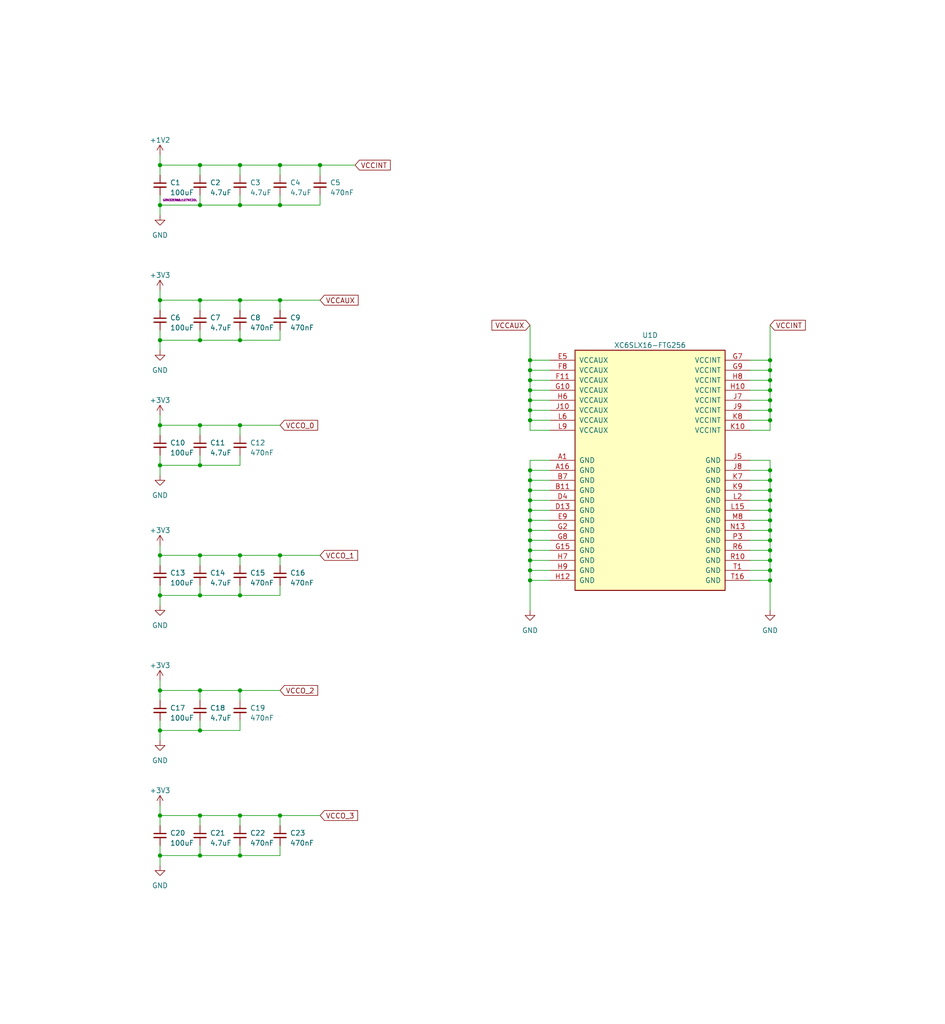
<source format=kicad_sch>
(kicad_sch (version 20210126) (generator eeschema)
  (paper "User" 240.005 259.994)
  (lib_symbols
    (symbol "Device:C_Small" (pin_numbers hide) (pin_names (offset 0.254) hide)
      (property "Reference" "C" (at 0.254 1.778 0))
      (property "Value" "C_Small" (at 0.254 -2.032 0))
      (symbol "C_Small_0_1"
        (polyline (pts (xy -1.524 -0.508) (xy 1.524 -0.508)) (stroke (width 0.3302)))
        (polyline (pts (xy -1.524 0.508) (xy 1.524 0.508)) (stroke (width 0.3048)))
      )
      (symbol "C_Small_1_1"
        (pin passive line (at 0 2.54 270) (length 2.032) (name "~") (number "1"))
        (pin passive line (at 0 -2.54 90) (length 2.032) (name "~") (number "2"))
      )
    )
    (symbol "FPGA_Xilinx_Spartan6:XC6SLX16-FTG256" (pin_names (offset 1.016))
      (property "Reference" "U" (at 0 1.27 0))
      (property "Value" "XC6SLX16-FTG256" (at 0 -1.27 0))
      (symbol "XC6SLX16-FTG256_1_1"
        (rectangle (start -44.45 72.39) (end 44.45 -78.74) (stroke (width 0.254)) (fill (type background)))
        (pin bidirectional line (at -50.8 10.16 0) (length 6.35) (name "IO_L35N_GCLK16_0") (number "A10"))
        (pin bidirectional line (at -50.8 -10.16 0) (length 6.35) (name "IO_L39N_0") (number "A11"))
        (pin bidirectional line (at -50.8 -20.32 0) (length 6.35) (name "IO_L62N_VREF_0") (number "A12"))
        (pin bidirectional line (at -50.8 -25.4 0) (length 6.35) (name "IO_L63N_SCP6_0") (number "A13"))
        (pin bidirectional line (at -50.8 -35.56 0) (length 6.35) (name "IO_L65N_SCP2_0") (number "A14"))
        (pin bidirectional line (at -50.8 55.88 0) (length 6.35) (name "IO_L1N_VREF_0") (number "A4"))
        (pin bidirectional line (at -50.8 50.8 0) (length 6.35) (name "IO_L2N_0") (number "A5"))
        (pin bidirectional line (at -50.8 40.64 0) (length 6.35) (name "IO_L4N_0") (number "A6"))
        (pin bidirectional line (at -50.8 30.48 0) (length 6.35) (name "IO_L6N_0") (number "A7"))
        (pin bidirectional line (at -50.8 20.32 0) (length 6.35) (name "IO_L33N_0") (number "A8"))
        (pin bidirectional line (at -50.8 15.24 0) (length 6.35) (name "IO_L34N_GCLK18_0") (number "A9"))
        (pin bidirectional line (at -50.8 12.7 0) (length 6.35) (name "IO_L35P_GCLK17_0") (number "B10"))
        (pin bidirectional line (at -50.8 -17.78 0) (length 6.35) (name "IO_L62P_0") (number "B12"))
        (pin power_in line (at -35.56 78.74 270) (length 6.35) (name "VCCO_0") (number "B13"))
        (pin bidirectional line (at -50.8 -33.02 0) (length 6.35) (name "IO_L65P_SCP3_0") (number "B14"))
        (pin bidirectional line (at 50.8 53.34 180) (length 6.35) (name "IO_L29P_A23_M1A13_1") (number "B15"))
        (pin bidirectional line (at 50.8 50.8 180) (length 6.35) (name "IO_L29N_A22_M1A14_1") (number "B16"))
        (pin power_in line (at -40.64 78.74 270) (length 6.35) (name "VCCO_0") (number "B4"))
        (pin bidirectional line (at -50.8 53.34 0) (length 6.35) (name "IO_L2P_0") (number "B5"))
        (pin bidirectional line (at -50.8 43.18 0) (length 6.35) (name "IO_L4P_0") (number "B6"))
        (pin bidirectional line (at -50.8 22.86 0) (length 6.35) (name "IO_L33P_0") (number "B8"))
        (pin power_in line (at -38.1 78.74 270) (length 6.35) (name "VCCO_0") (number "B9"))
        (pin bidirectional line (at -50.8 0 0) (length 6.35) (name "IO_L37N_GCLK12_0") (number "C10"))
        (pin bidirectional line (at -50.8 -7.62 0) (length 6.35) (name "IO_L39P_0") (number "C11"))
        (pin bidirectional line (at -50.8 -22.86 0) (length 6.35) (name "IO_L63P_SCP7_0") (number "C13"))
        (pin bidirectional line (at 50.8 33.02 180) (length 6.35) (name "IO_L33P_A15_M1A10_1") (number "C15"))
        (pin bidirectional line (at 50.8 30.48 180) (length 6.35) (name "IO_L33N_A14_M1A4_1") (number "C16"))
        (pin bidirectional line (at -50.8 58.42 0) (length 6.35) (name "IO_L1P_HSWAPEN_0") (number "C4"))
        (pin bidirectional line (at -50.8 45.72 0) (length 6.35) (name "IO_L3N_0") (number "C5"))
        (pin bidirectional line (at -50.8 25.4 0) (length 6.35) (name "IO_L7N_0") (number "C6"))
        (pin bidirectional line (at -50.8 33.02 0) (length 6.35) (name "IO_L6P_0") (number "C7"))
        (pin bidirectional line (at -50.8 -5.08 0) (length 6.35) (name "IO_L38N_VREF_0") (number "C8"))
        (pin bidirectional line (at -50.8 17.78 0) (length 6.35) (name "IO_L34P_GCLK19_0") (number "C9"))
        (pin power_in line (at -30.48 78.74 270) (length 6.35) (name "VCCO_0") (number "D10"))
        (pin bidirectional line (at -50.8 -38.1 0) (length 6.35) (name "IO_L66P_SCP1_0") (number "D11"))
        (pin bidirectional line (at -50.8 -40.64 0) (length 6.35) (name "IO_L66N_SCP0_0") (number "D12"))
        (pin bidirectional line (at 50.8 43.18 180) (length 6.35) (name "IO_L31P_A19_M1CKE_1") (number "D14"))
        (pin power_in line (at 27.94 78.74 270) (length 6.35) (name "VCCO_1") (number "D15"))
        (pin bidirectional line (at 50.8 40.64 180) (length 6.35) (name "IO_L31N_A18_M1A12_1") (number "D16"))
        (pin bidirectional line (at -50.8 48.26 0) (length 6.35) (name "IO_L3P_0") (number "D5"))
        (pin bidirectional line (at -50.8 27.94 0) (length 6.35) (name "IO_L7P_0") (number "D6"))
        (pin power_in line (at -33.02 78.74 270) (length 6.35) (name "VCCO_0") (number "D7"))
        (pin bidirectional line (at -50.8 -2.54 0) (length 6.35) (name "IO_L38P_0") (number "D8"))
        (pin bidirectional line (at -50.8 -15.24 0) (length 6.35) (name "IO_L40N_0") (number "D9"))
        (pin bidirectional line (at -50.8 2.54 0) (length 6.35) (name "IO_L37P_GCLK13_0") (number "E10"))
        (pin bidirectional line (at -50.8 -30.48 0) (length 6.35) (name "IO_L64N_SCP4_0") (number "E11"))
        (pin bidirectional line (at 50.8 55.88 180) (length 6.35) (name "IO_L1N_A24_VREF_1") (number "E12"))
        (pin bidirectional line (at 50.8 58.42 180) (length 6.35) (name "IO_L1P_A25_1") (number "E13"))
        (pin bidirectional line (at 50.8 27.94 180) (length 6.35) (name "IO_L34P_A13_M1WE_1") (number "E15"))
        (pin bidirectional line (at 50.8 25.4 180) (length 6.35) (name "IO_L34N_A12_M1BA2_1") (number "E16"))
        (pin bidirectional line (at -50.8 35.56 0) (length 6.35) (name "IO_L5N_0") (number "E6"))
        (pin bidirectional line (at -50.8 7.62 0) (length 6.35) (name "IO_L36P_GCLK15_0") (number "E7"))
        (pin bidirectional line (at -50.8 5.08 0) (length 6.35) (name "IO_L36N_GCLK14_0") (number "E8"))
        (pin bidirectional line (at -50.8 -27.94 0) (length 6.35) (name "IO_L64P_SCP5_0") (number "F10"))
        (pin bidirectional line (at 50.8 48.26 180) (length 6.35) (name "IO_L30P_A21_M1RESET_1") (number "F12"))
        (pin bidirectional line (at 50.8 38.1 180) (length 6.35) (name "IO_L32P_A17_M1A8_1") (number "F13"))
        (pin bidirectional line (at 50.8 35.56 180) (length 6.35) (name "IO_L32N_A16_M1A9_1") (number "F14"))
        (pin bidirectional line (at 50.8 22.86 180) (length 6.35) (name "IO_L35P_A11_M1A7_1") (number "F15"))
        (pin bidirectional line (at 50.8 20.32 180) (length 6.35) (name "IO_L35N_A10_M1A2_1") (number "F16"))
        (pin bidirectional line (at -50.8 38.1 0) (length 6.35) (name "IO_L5P_0") (number "F7"))
        (pin bidirectional line (at -50.8 -12.7 0) (length 6.35) (name "IO_L40P_0") (number "F9"))
        (pin bidirectional line (at 50.8 45.72 180) (length 6.35) (name "IO_L30N_A20_M1A11_1") (number "G11"))
        (pin bidirectional line (at 50.8 7.62 180) (length 6.35) (name "IO_L38P_A5_M1CLK_1") (number "G12"))
        (pin power_in line (at 30.48 78.74 270) (length 6.35) (name "VCCO_1") (number "G13"))
        (pin bidirectional line (at 50.8 17.78 180) (length 6.35) (name "IO_L36P_A9_M1BA0_1") (number "G14"))
        (pin bidirectional line (at 50.8 15.24 180) (length 6.35) (name "IO_L36N_A8_M1BA1_1") (number "G16"))
        (pin bidirectional line (at 50.8 5.08 180) (length 6.35) (name "IO_L38N_A4_M1CLKN_1") (number "H11"))
        (pin bidirectional line (at 50.8 2.54 180) (length 6.35) (name "IO_L39P_M1A3_1") (number "H13"))
        (pin bidirectional line (at 50.8 0 180) (length 6.35) (name "IO_L39N_M1ODT_1") (number "H14"))
        (pin bidirectional line (at 50.8 12.7 180) (length 6.35) (name "IO_L37P_A7_M1A0_1") (number "H15"))
        (pin bidirectional line (at 50.8 10.16 180) (length 6.35) (name "IO_L37N_A6_M1A1_1") (number "H16"))
        (pin bidirectional line (at 50.8 -2.54 180) (length 6.35) (name "IO_L40P_GCLK11_M1A5_1") (number "J11"))
        (pin bidirectional line (at 50.8 -5.08 180) (length 6.35) (name "IO_L40N_GCLK10_M1A6_1") (number "J12"))
        (pin bidirectional line (at 50.8 -7.62 180) (length 6.35) (name "IO_L41P_GCLK9_IRDY1_M1RASN_1") (number "J13"))
        (pin bidirectional line (at 50.8 -17.78 180) (length 6.35) (name "IO_L43P_GCLK5_M1DQ4_1") (number "J14"))
        (pin power_in line (at 33.02 78.74 270) (length 6.35) (name "VCCO_1") (number "J15"))
        (pin bidirectional line (at 50.8 -20.32 180) (length 6.35) (name "IO_L43N_GCLK4_M1DQ5_1") (number "J16"))
        (pin bidirectional line (at 50.8 -15.24 180) (length 6.35) (name "IO_L42N_GCLK6_TRDY1_M1LDM_1") (number "K11"))
        (pin bidirectional line (at 50.8 -12.7 180) (length 6.35) (name "IO_L42P_GCLK7_M1UDM_1") (number "K12"))
        (pin power_in line (at 35.56 78.74 270) (length 6.35) (name "VCCO_1") (number "K13"))
        (pin bidirectional line (at 50.8 -10.16 180) (length 6.35) (name "IO_L41N_GCLK8_M1CASN_1") (number "K14"))
        (pin bidirectional line (at 50.8 -22.86 180) (length 6.35) (name "IO_L44P_A3_M1DQ6_1") (number "K15"))
        (pin bidirectional line (at 50.8 -25.4 180) (length 6.35) (name "IO_L44N_A2_M1DQ7_1") (number "K16"))
        (pin bidirectional line (at 50.8 -68.58 180) (length 6.35) (name "IO_L53P_1") (number "L12"))
        (pin bidirectional line (at 50.8 -71.12 180) (length 6.35) (name "IO_L53N_VREF_1") (number "L13"))
        (pin bidirectional line (at 50.8 -38.1 180) (length 6.35) (name "IO_L47P_FWE_B_M1DQ0_1") (number "L14"))
        (pin bidirectional line (at 50.8 -40.64 180) (length 6.35) (name "IO_L47N_LDC_M1DQ1_1") (number "L16"))
        (pin bidirectional line (at 50.8 -73.66 180) (length 6.35) (name "IO_L74P_AWAKE_1") (number "M13"))
        (pin bidirectional line (at 50.8 -76.2 180) (length 6.35) (name "IO_L74N_DOUT_BUSY_1") (number "M14"))
        (pin bidirectional line (at 50.8 -33.02 180) (length 6.35) (name "IO_L46P_FCS_B_M1DQ2_1") (number "M15"))
        (pin bidirectional line (at 50.8 -35.56 180) (length 6.35) (name "IO_L46N_FOE_B_M1DQ3_1") (number "M16"))
        (pin bidirectional line (at 50.8 -27.94 180) (length 6.35) (name "IO_L45P_A1_M1LDQS_1") (number "N14"))
        (pin power_in line (at 38.1 78.74 270) (length 6.35) (name "VCCO_1") (number "N15"))
        (pin bidirectional line (at 50.8 -30.48 180) (length 6.35) (name "IO_L45N_A0_M1LDQSN_1") (number "N16"))
        (pin bidirectional line (at 50.8 -43.18 180) (length 6.35) (name "IO_L48P_HDC_M1DQ8_1") (number "P15"))
        (pin bidirectional line (at 50.8 -45.72 180) (length 6.35) (name "IO_L48N_M1DQ9_1") (number "P16"))
        (pin bidirectional line (at 50.8 -63.5 180) (length 6.35) (name "IO_L52P_M1DQ14_1") (number "R12"))
        (pin power_in line (at 40.64 78.74 270) (length 6.35) (name "VCCO_1") (number "R13"))
        (pin bidirectional line (at 50.8 -53.34 180) (length 6.35) (name "IO_L50P_M1UDQS_1") (number "R14"))
        (pin bidirectional line (at 50.8 -48.26 180) (length 6.35) (name "IO_L49P_M1DQ10_1") (number "R15"))
        (pin bidirectional line (at 50.8 -50.8 180) (length 6.35) (name "IO_L49N_M1DQ11_1") (number "R16"))
        (pin bidirectional line (at 50.8 -66.04 180) (length 6.35) (name "IO_L52N_M1DQ15_1") (number "T12"))
        (pin bidirectional line (at 50.8 -60.96 180) (length 6.35) (name "IO_L51N_M1DQ13_1") (number "T13"))
        (pin bidirectional line (at 50.8 -58.42 180) (length 6.35) (name "IO_L51P_M1DQ12_1") (number "T14"))
        (pin bidirectional line (at 50.8 -55.88 180) (length 6.35) (name "IO_L50N_M1UDQSN_1") (number "T15"))
      )
      (symbol "XC6SLX16-FTG256_2_1"
        (rectangle (start -44.45 72.39) (end 44.45 -78.74) (stroke (width 0.254)) (fill (type background)))
        (pin bidirectional line (at 50.8 -55.88 180) (length 6.35) (name "IO_L52N_M3A9_3") (number "A2"))
        (pin bidirectional line (at 50.8 -76.2 180) (length 6.35) (name "IO_L83N_VREF_3") (number "A3"))
        (pin bidirectional line (at 50.8 -45.72 180) (length 6.35) (name "IO_L50N_M3BA2_3") (number "B1"))
        (pin bidirectional line (at 50.8 -53.34 180) (length 6.35) (name "IO_L52P_M3A8_3") (number "B2"))
        (pin bidirectional line (at 50.8 -73.66 180) (length 6.35) (name "IO_L83P_3") (number "B3"))
        (pin bidirectional line (at 50.8 -43.18 180) (length 6.35) (name "IO_L50P_M3WE_3") (number "C1"))
        (pin bidirectional line (at 50.8 -35.56 180) (length 6.35) (name "IO_L48N_M3BA1_3") (number "C2"))
        (pin bidirectional line (at 50.8 -33.02 180) (length 6.35) (name "IO_L48P_M3BA0_3") (number "C3"))
        (pin bidirectional line (at 50.8 -40.64 180) (length 6.35) (name "IO_L49N_M3A2_3") (number "D1"))
        (pin power_in line (at 30.48 78.74 270) (length 6.35) (name "VCCO_3") (number "D2"))
        (pin bidirectional line (at 50.8 -38.1 180) (length 6.35) (name "IO_L49P_M3A7_3") (number "D3"))
        (pin bidirectional line (at 50.8 -25.4 180) (length 6.35) (name "IO_L46N_M3CLKN_3") (number "E1"))
        (pin bidirectional line (at 50.8 -22.86 180) (length 6.35) (name "IO_L46P_M3CLK_3") (number "E2"))
        (pin bidirectional line (at 50.8 -66.04 180) (length 6.35) (name "IO_L54N_M3A11_3") (number "E3"))
        (pin bidirectional line (at 50.8 -63.5 180) (length 6.35) (name "IO_L54P_M3RESET_3") (number "E4"))
        (pin bidirectional line (at 50.8 0 180) (length 6.35) (name "IO_L41N_GCLK26_M3DQ5_3") (number "F1"))
        (pin bidirectional line (at 50.8 2.54 180) (length 6.35) (name "IO_L41P_GCLK27_M3DQ4_3") (number "F2"))
        (pin bidirectional line (at 50.8 -60.96 180) (length 6.35) (name "IO_L53N_M3A12_3") (number "F3"))
        (pin bidirectional line (at 50.8 -58.42 180) (length 6.35) (name "IO_L53P_M3CKE_3") (number "F4"))
        (pin bidirectional line (at 50.8 -71.12 180) (length 6.35) (name "IO_L55N_M3A14_3") (number "F5"))
        (pin bidirectional line (at 50.8 -68.58 180) (length 6.35) (name "IO_L55P_M3A13_3") (number "F6"))
        (pin bidirectional line (at 50.8 5.08 180) (length 6.35) (name "IO_L40N_M3DQ7_3") (number "G1"))
        (pin bidirectional line (at 50.8 7.62 180) (length 6.35) (name "IO_L40P_M3DQ6_3") (number "G3"))
        (pin power_in line (at 33.02 78.74 270) (length 6.35) (name "VCCO_3") (number "G4"))
        (pin bidirectional line (at 50.8 -50.8 180) (length 6.35) (name "IO_L51N_M3A4_3") (number "G5"))
        (pin bidirectional line (at 50.8 -48.26 180) (length 6.35) (name "IO_L51P_M3A10_3") (number "G6"))
        (pin bidirectional line (at 50.8 10.16 180) (length 6.35) (name "IO_L39N_M3LDQSN_3") (number "H1"))
        (pin bidirectional line (at 50.8 12.7 180) (length 6.35) (name "IO_L39P_M3LDQS_3") (number "H2"))
        (pin bidirectional line (at 50.8 -15.24 180) (length 6.35) (name "IO_L44N_GCLK20_M3A6_3") (number "H3"))
        (pin bidirectional line (at 50.8 -12.7 180) (length 6.35) (name "IO_L44P_GCLK21_M3A5_3") (number "H4"))
        (pin bidirectional line (at 50.8 -10.16 180) (length 6.35) (name "IO_L43N_GCLK22_IRDY2_M3CASN_3") (number "H5"))
        (pin bidirectional line (at 50.8 15.24 180) (length 6.35) (name "IO_L38N_M3DQ3_3") (number "J1"))
        (pin power_in line (at 35.56 78.74 270) (length 6.35) (name "VCCO_3") (number "J2"))
        (pin bidirectional line (at 50.8 17.78 180) (length 6.35) (name "IO_L38P_M3DQ2_3") (number "J3"))
        (pin bidirectional line (at 50.8 -5.08 180) (length 6.35) (name "IO_L42N_GCLK24_M3LDM_3") (number "J4"))
        (pin bidirectional line (at 50.8 -7.62 180) (length 6.35) (name "IO_L43P_GCLK23_M3RASN_3") (number "J6"))
        (pin bidirectional line (at 50.8 20.32 180) (length 6.35) (name "IO_L37N_M3DQ1_3") (number "K1"))
        (pin bidirectional line (at 50.8 22.86 180) (length 6.35) (name "IO_L37P_M3DQ0_3") (number "K2"))
        (pin bidirectional line (at 50.8 -2.54 180) (length 6.35) (name "IO_L42P_GCLK25_TRDY2_M3UDM_3") (number "K3"))
        (pin power_in line (at 38.1 78.74 270) (length 6.35) (name "VCCO_3") (number "K4"))
        (pin bidirectional line (at 50.8 -27.94 180) (length 6.35) (name "IO_L47P_M3A0_3") (number "K5"))
        (pin bidirectional line (at 50.8 -30.48 180) (length 6.35) (name "IO_L47N_M3A1_3") (number "K6"))
        (pin bidirectional line (at 50.8 25.4 180) (length 6.35) (name "IO_L36N_M3DQ9_3") (number "L1"))
        (pin bidirectional line (at -50.8 27.94 0) (length 6.35) (name "IO_L16P_2") (number "L10"))
        (pin bidirectional line (at 50.8 27.94 180) (length 6.35) (name "IO_L36P_M3DQ8_3") (number "L3"))
        (pin bidirectional line (at 50.8 -17.78 180) (length 6.35) (name "IO_L45P_M3A3_3") (number "L4"))
        (pin bidirectional line (at 50.8 -20.32 180) (length 6.35) (name "IO_L45N_M3ODT_3") (number "L5"))
        (pin bidirectional line (at -50.8 -20.32 0) (length 6.35) (name "IO_L62N_D6_2") (number "L7"))
        (pin bidirectional line (at -50.8 -17.78 0) (length 6.35) (name "IO_L62P_D5_2") (number "L8"))
        (pin bidirectional line (at 50.8 30.48 180) (length 6.35) (name "IO_L35N_M3DQ11_3") (number "M1"))
        (pin bidirectional line (at -50.8 25.4 0) (length 6.35) (name "IO_L16N_VREF_2") (number "M10"))
        (pin bidirectional line (at -50.8 50.8 0) (length 6.35) (name "IO_L2N_CMPMOSI_2") (number "M11"))
        (pin bidirectional line (at -50.8 53.34 0) (length 6.35) (name "IO_L2P_CMPCLK_2") (number "M12"))
        (pin bidirectional line (at 50.8 33.02 180) (length 6.35) (name "IO_L35P_M3DQ10_3") (number "M2"))
        (pin bidirectional line (at 50.8 55.88 180) (length 6.35) (name "IO_L1N_VREF_3") (number "M3"))
        (pin bidirectional line (at 50.8 58.42 180) (length 6.35) (name "IO_L1P_3") (number "M4"))
        (pin bidirectional line (at 50.8 53.34 180) (length 6.35) (name "IO_L2P_3") (number "M5"))
        (pin bidirectional line (at -50.8 -27.94 0) (length 6.35) (name "IO_L64P_D8_2") (number "M6"))
        (pin bidirectional line (at -50.8 5.08 0) (length 6.35) (name "IO_L31N_GCLK30_D15_2") (number "M7"))
        (pin bidirectional line (at -50.8 17.78 0) (length 6.35) (name "IO_L29P_GCLK3_2") (number "M9"))
        (pin bidirectional line (at 50.8 35.56 180) (length 6.35) (name "IO_L34N_M3UDQSN_3") (number "N1"))
        (pin power_in line (at -38.1 78.74 270) (length 6.35) (name "VCCO_2") (number "N10"))
        (pin bidirectional line (at -50.8 38.1 0) (length 6.35) (name "IO_L13P_M1_2") (number "N11"))
        (pin bidirectional line (at -50.8 43.18 0) (length 6.35) (name "IO_L12P_D1_MISO2_2") (number "N12"))
        (pin power_in line (at 40.64 78.74 270) (length 6.35) (name "VCCO_3") (number "N2"))
        (pin bidirectional line (at 50.8 38.1 180) (length 6.35) (name "IO_L34P_M3UDQS_3") (number "N3"))
        (pin bidirectional line (at 50.8 50.8 180) (length 6.35) (name "IO_L2N_3") (number "N4"))
        (pin bidirectional line (at -50.8 -12.7 0) (length 6.35) (name "IO_L49P_D3_2") (number "N5"))
        (pin bidirectional line (at -50.8 -30.48 0) (length 6.35) (name "IO_L64N_D9_2") (number "N6"))
        (pin power_in line (at -40.64 78.74 270) (length 6.35) (name "VCCO_2") (number "N7"))
        (pin bidirectional line (at -50.8 15.24 0) (length 6.35) (name "IO_L29N_GCLK2_2") (number "N8"))
        (pin bidirectional line (at -50.8 33.02 0) (length 6.35) (name "IO_L14P_D11_2") (number "N9"))
        (pin bidirectional line (at 50.8 40.64 180) (length 6.35) (name "IO_L33N_M3DQ13_3") (number "P1"))
        (pin bidirectional line (at -50.8 48.26 0) (length 6.35) (name "IO_L3P_D0_DIN_MISO_MISO1_2") (number "P10"))
        (pin bidirectional line (at -50.8 35.56 0) (length 6.35) (name "IO_L13N_D10_2") (number "P11"))
        (pin bidirectional line (at -50.8 40.64 0) (length 6.35) (name "IO_L12N_D2_MISO3_2") (number "P12"))
        (pin bidirectional line (at 50.8 43.18 180) (length 6.35) (name "IO_L33P_M3DQ12_3") (number "P2"))
        (pin bidirectional line (at -50.8 -22.86 0) (length 6.35) (name "IO_L63P_2") (number "P4"))
        (pin bidirectional line (at -50.8 -15.24 0) (length 6.35) (name "IO_L49N_D4_2") (number "P5"))
        (pin bidirectional line (at -50.8 -2.54 0) (length 6.35) (name "IO_L47P_2") (number "P6"))
        (pin bidirectional line (at -50.8 7.62 0) (length 6.35) (name "IO_L31P_GCLK31_D14_2") (number "P7"))
        (pin bidirectional line (at -50.8 12.7 0) (length 6.35) (name "IO_L30P_GCLK1_D13_2") (number "P8"))
        (pin bidirectional line (at -50.8 30.48 0) (length 6.35) (name "IO_L14N_D12_2") (number "P9"))
        (pin bidirectional line (at 50.8 45.72 180) (length 6.35) (name "IO_L32N_M3DQ15_3") (number "R1"))
        (pin bidirectional line (at -50.8 58.42 0) (length 6.35) (name "IO_L1P_CCLK_2") (number "R11"))
        (pin bidirectional line (at 50.8 48.26 180) (length 6.35) (name "IO_L32P_M3DQ14_3") (number "R2"))
        (pin bidirectional line (at -50.8 -33.02 0) (length 6.35) (name "IO_L65P_INIT_B_2") (number "R3"))
        (pin power_in line (at -35.56 78.74 270) (length 6.35) (name "VCCO_2") (number "R4"))
        (pin bidirectional line (at -50.8 -7.62 0) (length 6.35) (name "IO_L48P_D7_2") (number "R5"))
        (pin bidirectional line (at -50.8 2.54 0) (length 6.35) (name "IO_L32P_GCLK29_2") (number "R7"))
        (pin power_in line (at -33.02 78.74 270) (length 6.35) (name "VCCO_2") (number "R8"))
        (pin bidirectional line (at -50.8 22.86 0) (length 6.35) (name "IO_L23P_2") (number "R9"))
        (pin bidirectional line (at -50.8 45.72 0) (length 6.35) (name "IO_L3N_MOSI_CSI_B_MISO0_2") (number "T10"))
        (pin bidirectional line (at -50.8 55.88 0) (length 6.35) (name "IO_L1N_M0_CMPMISO_2") (number "T11"))
        (pin bidirectional line (at -50.8 -35.56 0) (length 6.35) (name "IO_L65N_CSO_B_2") (number "T3"))
        (pin bidirectional line (at -50.8 -25.4 0) (length 6.35) (name "IO_L63N_2") (number "T4"))
        (pin bidirectional line (at -50.8 -10.16 0) (length 6.35) (name "IO_L48N_RDWR_B_VREF_2") (number "T5"))
        (pin bidirectional line (at -50.8 -5.08 0) (length 6.35) (name "IO_L47N_2") (number "T6"))
        (pin bidirectional line (at -50.8 0 0) (length 6.35) (name "IO_L32N_GCLK28_2") (number "T7"))
        (pin bidirectional line (at -50.8 10.16 0) (length 6.35) (name "IO_L30N_GCLK0_USERCCLK_2") (number "T8"))
        (pin bidirectional line (at -50.8 20.32 0) (length 6.35) (name "IO_L23N_2") (number "T9"))
      )
      (symbol "XC6SLX16-FTG256_3_1"
        (rectangle (start -31.75 15.24) (end 31.75 -15.24) (stroke (width 0.254)) (fill (type background)))
        (pin bidirectional line (at 38.1 7.62 180) (length 6.35) (name "TMS") (number "A15"))
        (pin bidirectional line (at 38.1 12.7 180) (length 6.35) (name "TDI") (number "C12"))
        (pin bidirectional line (at 38.1 5.08 180) (length 6.35) (name "TCK") (number "C14"))
        (pin bidirectional line (at 38.1 10.16 180) (length 6.35) (name "TDO") (number "E14"))
        (pin bidirectional line (at 38.1 -12.7 180) (length 6.35) (name "CMPCS_B_2") (number "L11"))
        (pin bidirectional line (at 38.1 0 180) (length 6.35) (name "DONE_2") (number "P13"))
        (pin bidirectional line (at 38.1 -7.62 180) (length 6.35) (name "SUSPEND") (number "P14"))
        (pin bidirectional line (at 38.1 -2.54 180) (length 6.35) (name "PROGRAM_B_2") (number "T2"))
      )
      (symbol "XC6SLX16-FTG256_4_1"
        (rectangle (start -19.05 30.48) (end 19.05 -30.48) (stroke (width 0.254)) (fill (type background)))
        (pin power_in line (at -25.4 2.54 0) (length 6.35) (name "GND") (number "A1"))
        (pin power_in line (at -25.4 0 0) (length 6.35) (name "GND") (number "A16"))
        (pin power_in line (at -25.4 -5.08 0) (length 6.35) (name "GND") (number "B11"))
        (pin power_in line (at -25.4 -2.54 0) (length 6.35) (name "GND") (number "B7"))
        (pin power_in line (at -25.4 -10.16 0) (length 6.35) (name "GND") (number "D13"))
        (pin power_in line (at -25.4 -7.62 0) (length 6.35) (name "GND") (number "D4"))
        (pin power_in line (at -25.4 27.94 0) (length 6.35) (name "VCCAUX") (number "E5"))
        (pin power_in line (at -25.4 -12.7 0) (length 6.35) (name "GND") (number "E9"))
        (pin power_in line (at -25.4 22.86 0) (length 6.35) (name "VCCAUX") (number "F11"))
        (pin power_in line (at -25.4 25.4 0) (length 6.35) (name "VCCAUX") (number "F8"))
        (pin power_in line (at -25.4 20.32 0) (length 6.35) (name "VCCAUX") (number "G10"))
        (pin power_in line (at -25.4 -20.32 0) (length 6.35) (name "GND") (number "G15"))
        (pin power_in line (at -25.4 -15.24 0) (length 6.35) (name "GND") (number "G2"))
        (pin power_in line (at 25.4 27.94 180) (length 6.35) (name "VCCINT") (number "G7"))
        (pin power_in line (at -25.4 -17.78 0) (length 6.35) (name "GND") (number "G8"))
        (pin power_in line (at 25.4 25.4 180) (length 6.35) (name "VCCINT") (number "G9"))
        (pin power_in line (at 25.4 20.32 180) (length 6.35) (name "VCCINT") (number "H10"))
        (pin power_in line (at -25.4 -27.94 0) (length 6.35) (name "GND") (number "H12"))
        (pin power_in line (at -25.4 17.78 0) (length 6.35) (name "VCCAUX") (number "H6"))
        (pin power_in line (at -25.4 -22.86 0) (length 6.35) (name "GND") (number "H7"))
        (pin power_in line (at 25.4 22.86 180) (length 6.35) (name "VCCINT") (number "H8"))
        (pin power_in line (at -25.4 -25.4 0) (length 6.35) (name "GND") (number "H9"))
        (pin power_in line (at -25.4 15.24 0) (length 6.35) (name "VCCAUX") (number "J10"))
        (pin power_in line (at 25.4 2.54 180) (length 6.35) (name "GND") (number "J5"))
        (pin power_in line (at 25.4 17.78 180) (length 6.35) (name "VCCINT") (number "J7"))
        (pin power_in line (at 25.4 0 180) (length 6.35) (name "GND") (number "J8"))
        (pin power_in line (at 25.4 15.24 180) (length 6.35) (name "VCCINT") (number "J9"))
        (pin power_in line (at 25.4 10.16 180) (length 6.35) (name "VCCINT") (number "K10"))
        (pin power_in line (at 25.4 -2.54 180) (length 6.35) (name "GND") (number "K7"))
        (pin power_in line (at 25.4 12.7 180) (length 6.35) (name "VCCINT") (number "K8"))
        (pin power_in line (at 25.4 -5.08 180) (length 6.35) (name "GND") (number "K9"))
        (pin power_in line (at 25.4 -10.16 180) (length 6.35) (name "GND") (number "L15"))
        (pin power_in line (at 25.4 -7.62 180) (length 6.35) (name "GND") (number "L2"))
        (pin power_in line (at -25.4 12.7 0) (length 6.35) (name "VCCAUX") (number "L6"))
        (pin power_in line (at -25.4 10.16 0) (length 6.35) (name "VCCAUX") (number "L9"))
        (pin power_in line (at 25.4 -12.7 180) (length 6.35) (name "GND") (number "M8"))
        (pin power_in line (at 25.4 -15.24 180) (length 6.35) (name "GND") (number "N13"))
        (pin power_in line (at 25.4 -17.78 180) (length 6.35) (name "GND") (number "P3"))
        (pin power_in line (at 25.4 -22.86 180) (length 6.35) (name "GND") (number "R10"))
        (pin power_in line (at 25.4 -20.32 180) (length 6.35) (name "GND") (number "R6"))
        (pin power_in line (at 25.4 -25.4 180) (length 6.35) (name "GND") (number "T1"))
        (pin power_in line (at 25.4 -27.94 180) (length 6.35) (name "GND") (number "T16"))
      )
    )
    (symbol "power:+1V2" (power) (pin_names (offset 0))
      (property "Value" "+1V2" (at 0 3.556 0))
      (symbol "+1V2_0_1"
        (polyline (pts (xy -0.762 1.27) (xy 0 2.54)))
        (polyline (pts (xy 0 0) (xy 0 2.54)))
        (polyline (pts (xy 0 2.54) (xy 0.762 1.27)))
      )
      (symbol "+1V2_1_1"
        (pin power_in line (at 0 0 90) (length 0) hide (name "+1V2") (number "1"))
      )
    )
    (symbol "power:+3V3" (power) (pin_names (offset 0))
      (property "Value" "+3V3" (at 0 3.556 0))
      (symbol "+3V3_0_1"
        (polyline (pts (xy -0.762 1.27) (xy 0 2.54)))
        (polyline (pts (xy 0 0) (xy 0 2.54)))
        (polyline (pts (xy 0 2.54) (xy 0.762 1.27)))
      )
      (symbol "+3V3_1_1"
        (pin power_in line (at 0 0 90) (length 0) hide (name "+3V3") (number "1"))
      )
    )
    (symbol "power:GND" (power) (pin_names (offset 0))
      (property "Value" "GND" (at 0 -3.81 0))
      (symbol "GND_0_1"
        (polyline (pts (xy 0 0) (xy 0 -1.27) (xy 1.27 -1.27) (xy 0 -2.54) (xy -1.27 -1.27) (xy 0 -1.27)))
      )
      (symbol "GND_1_1"
        (pin power_in line (at 0 0 270) (length 0) hide (name "GND") (number "1"))
      )
    )
  )
  (junction (at 40.64 41.91) (diameter 0.9144))
  (junction (at 40.64 52.07) (diameter 0.9144))
  (junction (at 40.64 76.2) (diameter 0.9144))
  (junction (at 40.64 86.36) (diameter 0.9144))
  (junction (at 40.64 107.95) (diameter 0.9144))
  (junction (at 40.64 118.11) (diameter 0.9144))
  (junction (at 40.64 140.97) (diameter 0.9144))
  (junction (at 40.64 151.13) (diameter 0.9144))
  (junction (at 40.64 175.26) (diameter 0.9144))
  (junction (at 40.64 185.42) (diameter 0.9144))
  (junction (at 40.64 207.01) (diameter 0.9144))
  (junction (at 40.64 217.17) (diameter 0.9144))
  (junction (at 50.8 41.91) (diameter 0.9144))
  (junction (at 50.8 52.07) (diameter 0.9144))
  (junction (at 50.8 76.2) (diameter 0.9144))
  (junction (at 50.8 86.36) (diameter 0.9144))
  (junction (at 50.8 107.95) (diameter 0.9144))
  (junction (at 50.8 118.11) (diameter 0.9144))
  (junction (at 50.8 140.97) (diameter 0.9144))
  (junction (at 50.8 151.13) (diameter 0.9144))
  (junction (at 50.8 175.26) (diameter 0.9144))
  (junction (at 50.8 185.42) (diameter 0.9144))
  (junction (at 50.8 207.01) (diameter 0.9144))
  (junction (at 50.8 217.17) (diameter 0.9144))
  (junction (at 60.96 41.91) (diameter 0.9144))
  (junction (at 60.96 52.07) (diameter 0.9144))
  (junction (at 60.96 76.2) (diameter 0.9144))
  (junction (at 60.96 86.36) (diameter 0.9144))
  (junction (at 60.96 107.95) (diameter 0.9144))
  (junction (at 60.96 140.97) (diameter 0.9144))
  (junction (at 60.96 151.13) (diameter 0.9144))
  (junction (at 60.96 175.26) (diameter 0.9144))
  (junction (at 60.96 207.01) (diameter 0.9144))
  (junction (at 60.96 217.17) (diameter 0.9144))
  (junction (at 71.12 41.91) (diameter 0.9144))
  (junction (at 71.12 52.07) (diameter 0.9144))
  (junction (at 71.12 76.2) (diameter 0.9144))
  (junction (at 71.12 140.97) (diameter 0.9144))
  (junction (at 71.12 207.01) (diameter 0.9144))
  (junction (at 81.28 41.91) (diameter 0.9144))
  (junction (at 134.62 91.44) (diameter 0.9144))
  (junction (at 134.62 93.98) (diameter 0.9144))
  (junction (at 134.62 96.52) (diameter 0.9144))
  (junction (at 134.62 99.06) (diameter 0.9144))
  (junction (at 134.62 101.6) (diameter 0.9144))
  (junction (at 134.62 104.14) (diameter 0.9144))
  (junction (at 134.62 106.68) (diameter 0.9144))
  (junction (at 134.62 119.38) (diameter 0.9144))
  (junction (at 134.62 121.92) (diameter 0.9144))
  (junction (at 134.62 124.46) (diameter 0.9144))
  (junction (at 134.62 127) (diameter 0.9144))
  (junction (at 134.62 129.54) (diameter 0.9144))
  (junction (at 134.62 132.08) (diameter 0.9144))
  (junction (at 134.62 134.62) (diameter 0.9144))
  (junction (at 134.62 137.16) (diameter 0.9144))
  (junction (at 134.62 139.7) (diameter 0.9144))
  (junction (at 134.62 142.24) (diameter 0.9144))
  (junction (at 134.62 144.78) (diameter 0.9144))
  (junction (at 134.62 147.32) (diameter 0.9144))
  (junction (at 195.58 91.44) (diameter 0.9144))
  (junction (at 195.58 93.98) (diameter 0.9144))
  (junction (at 195.58 96.52) (diameter 0.9144))
  (junction (at 195.58 99.06) (diameter 0.9144))
  (junction (at 195.58 101.6) (diameter 0.9144))
  (junction (at 195.58 104.14) (diameter 0.9144))
  (junction (at 195.58 106.68) (diameter 0.9144))
  (junction (at 195.58 119.38) (diameter 0.9144))
  (junction (at 195.58 121.92) (diameter 0.9144))
  (junction (at 195.58 124.46) (diameter 0.9144))
  (junction (at 195.58 127) (diameter 0.9144))
  (junction (at 195.58 129.54) (diameter 0.9144))
  (junction (at 195.58 132.08) (diameter 0.9144))
  (junction (at 195.58 134.62) (diameter 0.9144))
  (junction (at 195.58 137.16) (diameter 0.9144))
  (junction (at 195.58 139.7) (diameter 0.9144))
  (junction (at 195.58 142.24) (diameter 0.9144))
  (junction (at 195.58 144.78) (diameter 0.9144))
  (junction (at 195.58 147.32) (diameter 0.9144))
  (wire (pts (xy 40.64 39.37) (xy 40.64 41.91)))
  (wire (pts (xy 40.64 41.91) (xy 50.8 41.91)))
  (wire (pts (xy 40.64 44.45) (xy 40.64 41.91)))
  (wire (pts (xy 40.64 52.07) (xy 40.64 49.53)))
  (wire (pts (xy 40.64 52.07) (xy 40.64 54.61)))
  (wire (pts (xy 40.64 73.66) (xy 40.64 76.2)))
  (wire (pts (xy 40.64 76.2) (xy 50.8 76.2)))
  (wire (pts (xy 40.64 78.74) (xy 40.64 76.2)))
  (wire (pts (xy 40.64 86.36) (xy 40.64 83.82)))
  (wire (pts (xy 40.64 86.36) (xy 40.64 88.9)))
  (wire (pts (xy 40.64 105.41) (xy 40.64 107.95)))
  (wire (pts (xy 40.64 107.95) (xy 50.8 107.95)))
  (wire (pts (xy 40.64 110.49) (xy 40.64 107.95)))
  (wire (pts (xy 40.64 118.11) (xy 40.64 115.57)))
  (wire (pts (xy 40.64 118.11) (xy 40.64 120.65)))
  (wire (pts (xy 40.64 138.43) (xy 40.64 140.97)))
  (wire (pts (xy 40.64 140.97) (xy 50.8 140.97)))
  (wire (pts (xy 40.64 143.51) (xy 40.64 140.97)))
  (wire (pts (xy 40.64 151.13) (xy 40.64 148.59)))
  (wire (pts (xy 40.64 151.13) (xy 40.64 153.67)))
  (wire (pts (xy 40.64 172.72) (xy 40.64 175.26)))
  (wire (pts (xy 40.64 175.26) (xy 50.8 175.26)))
  (wire (pts (xy 40.64 177.8) (xy 40.64 175.26)))
  (wire (pts (xy 40.64 185.42) (xy 40.64 182.88)))
  (wire (pts (xy 40.64 185.42) (xy 40.64 187.96)))
  (wire (pts (xy 40.64 204.47) (xy 40.64 207.01)))
  (wire (pts (xy 40.64 207.01) (xy 50.8 207.01)))
  (wire (pts (xy 40.64 209.55) (xy 40.64 207.01)))
  (wire (pts (xy 40.64 217.17) (xy 40.64 214.63)))
  (wire (pts (xy 40.64 217.17) (xy 40.64 219.71)))
  (wire (pts (xy 50.8 41.91) (xy 60.96 41.91)))
  (wire (pts (xy 50.8 44.45) (xy 50.8 41.91)))
  (wire (pts (xy 50.8 49.53) (xy 50.8 52.07)))
  (wire (pts (xy 50.8 52.07) (xy 40.64 52.07)))
  (wire (pts (xy 50.8 52.07) (xy 60.96 52.07)))
  (wire (pts (xy 50.8 76.2) (xy 60.96 76.2)))
  (wire (pts (xy 50.8 78.74) (xy 50.8 76.2)))
  (wire (pts (xy 50.8 83.82) (xy 50.8 86.36)))
  (wire (pts (xy 50.8 86.36) (xy 40.64 86.36)))
  (wire (pts (xy 50.8 86.36) (xy 60.96 86.36)))
  (wire (pts (xy 50.8 107.95) (xy 60.96 107.95)))
  (wire (pts (xy 50.8 110.49) (xy 50.8 107.95)))
  (wire (pts (xy 50.8 115.57) (xy 50.8 118.11)))
  (wire (pts (xy 50.8 118.11) (xy 40.64 118.11)))
  (wire (pts (xy 50.8 118.11) (xy 60.96 118.11)))
  (wire (pts (xy 50.8 140.97) (xy 60.96 140.97)))
  (wire (pts (xy 50.8 143.51) (xy 50.8 140.97)))
  (wire (pts (xy 50.8 148.59) (xy 50.8 151.13)))
  (wire (pts (xy 50.8 151.13) (xy 40.64 151.13)))
  (wire (pts (xy 50.8 151.13) (xy 60.96 151.13)))
  (wire (pts (xy 50.8 175.26) (xy 60.96 175.26)))
  (wire (pts (xy 50.8 177.8) (xy 50.8 175.26)))
  (wire (pts (xy 50.8 182.88) (xy 50.8 185.42)))
  (wire (pts (xy 50.8 185.42) (xy 40.64 185.42)))
  (wire (pts (xy 50.8 185.42) (xy 60.96 185.42)))
  (wire (pts (xy 50.8 207.01) (xy 60.96 207.01)))
  (wire (pts (xy 50.8 209.55) (xy 50.8 207.01)))
  (wire (pts (xy 50.8 214.63) (xy 50.8 217.17)))
  (wire (pts (xy 50.8 217.17) (xy 40.64 217.17)))
  (wire (pts (xy 50.8 217.17) (xy 60.96 217.17)))
  (wire (pts (xy 60.96 41.91) (xy 60.96 44.45)))
  (wire (pts (xy 60.96 41.91) (xy 71.12 41.91)))
  (wire (pts (xy 60.96 49.53) (xy 60.96 52.07)))
  (wire (pts (xy 60.96 76.2) (xy 60.96 78.74)))
  (wire (pts (xy 60.96 76.2) (xy 71.12 76.2)))
  (wire (pts (xy 60.96 83.82) (xy 60.96 86.36)))
  (wire (pts (xy 60.96 107.95) (xy 60.96 110.49)))
  (wire (pts (xy 60.96 107.95) (xy 71.12 107.95)))
  (wire (pts (xy 60.96 115.57) (xy 60.96 118.11)))
  (wire (pts (xy 60.96 140.97) (xy 60.96 143.51)))
  (wire (pts (xy 60.96 140.97) (xy 71.12 140.97)))
  (wire (pts (xy 60.96 148.59) (xy 60.96 151.13)))
  (wire (pts (xy 60.96 175.26) (xy 60.96 177.8)))
  (wire (pts (xy 60.96 175.26) (xy 71.12 175.26)))
  (wire (pts (xy 60.96 182.88) (xy 60.96 185.42)))
  (wire (pts (xy 60.96 207.01) (xy 60.96 209.55)))
  (wire (pts (xy 60.96 207.01) (xy 71.12 207.01)))
  (wire (pts (xy 60.96 214.63) (xy 60.96 217.17)))
  (wire (pts (xy 71.12 41.91) (xy 71.12 44.45)))
  (wire (pts (xy 71.12 41.91) (xy 81.28 41.91)))
  (wire (pts (xy 71.12 49.53) (xy 71.12 52.07)))
  (wire (pts (xy 71.12 52.07) (xy 60.96 52.07)))
  (wire (pts (xy 71.12 76.2) (xy 71.12 78.74)))
  (wire (pts (xy 71.12 76.2) (xy 81.28 76.2)))
  (wire (pts (xy 71.12 83.82) (xy 71.12 86.36)))
  (wire (pts (xy 71.12 86.36) (xy 60.96 86.36)))
  (wire (pts (xy 71.12 140.97) (xy 71.12 143.51)))
  (wire (pts (xy 71.12 140.97) (xy 81.28 140.97)))
  (wire (pts (xy 71.12 148.59) (xy 71.12 151.13)))
  (wire (pts (xy 71.12 151.13) (xy 60.96 151.13)))
  (wire (pts (xy 71.12 207.01) (xy 71.12 209.55)))
  (wire (pts (xy 71.12 207.01) (xy 81.28 207.01)))
  (wire (pts (xy 71.12 214.63) (xy 71.12 217.17)))
  (wire (pts (xy 71.12 217.17) (xy 60.96 217.17)))
  (wire (pts (xy 81.28 41.91) (xy 81.28 44.45)))
  (wire (pts (xy 81.28 41.91) (xy 90.17 41.91)))
  (wire (pts (xy 81.28 49.53) (xy 81.28 52.07)))
  (wire (pts (xy 81.28 52.07) (xy 71.12 52.07)))
  (wire (pts (xy 134.62 91.44) (xy 134.62 82.55)))
  (wire (pts (xy 134.62 91.44) (xy 139.7 91.44)))
  (wire (pts (xy 134.62 93.98) (xy 134.62 91.44)))
  (wire (pts (xy 134.62 93.98) (xy 139.7 93.98)))
  (wire (pts (xy 134.62 96.52) (xy 134.62 93.98)))
  (wire (pts (xy 134.62 96.52) (xy 139.7 96.52)))
  (wire (pts (xy 134.62 99.06) (xy 134.62 96.52)))
  (wire (pts (xy 134.62 99.06) (xy 139.7 99.06)))
  (wire (pts (xy 134.62 101.6) (xy 134.62 99.06)))
  (wire (pts (xy 134.62 101.6) (xy 139.7 101.6)))
  (wire (pts (xy 134.62 104.14) (xy 134.62 101.6)))
  (wire (pts (xy 134.62 104.14) (xy 139.7 104.14)))
  (wire (pts (xy 134.62 106.68) (xy 134.62 104.14)))
  (wire (pts (xy 134.62 106.68) (xy 139.7 106.68)))
  (wire (pts (xy 134.62 109.22) (xy 134.62 106.68)))
  (wire (pts (xy 134.62 116.84) (xy 134.62 119.38)))
  (wire (pts (xy 134.62 119.38) (xy 134.62 121.92)))
  (wire (pts (xy 134.62 119.38) (xy 139.7 119.38)))
  (wire (pts (xy 134.62 121.92) (xy 134.62 124.46)))
  (wire (pts (xy 134.62 121.92) (xy 139.7 121.92)))
  (wire (pts (xy 134.62 124.46) (xy 134.62 127)))
  (wire (pts (xy 134.62 124.46) (xy 139.7 124.46)))
  (wire (pts (xy 134.62 127) (xy 134.62 129.54)))
  (wire (pts (xy 134.62 127) (xy 139.7 127)))
  (wire (pts (xy 134.62 129.54) (xy 134.62 132.08)))
  (wire (pts (xy 134.62 129.54) (xy 139.7 129.54)))
  (wire (pts (xy 134.62 132.08) (xy 134.62 134.62)))
  (wire (pts (xy 134.62 132.08) (xy 139.7 132.08)))
  (wire (pts (xy 134.62 134.62) (xy 134.62 137.16)))
  (wire (pts (xy 134.62 134.62) (xy 139.7 134.62)))
  (wire (pts (xy 134.62 137.16) (xy 134.62 139.7)))
  (wire (pts (xy 134.62 137.16) (xy 139.7 137.16)))
  (wire (pts (xy 134.62 139.7) (xy 134.62 142.24)))
  (wire (pts (xy 134.62 139.7) (xy 139.7 139.7)))
  (wire (pts (xy 134.62 142.24) (xy 134.62 144.78)))
  (wire (pts (xy 134.62 142.24) (xy 139.7 142.24)))
  (wire (pts (xy 134.62 144.78) (xy 134.62 147.32)))
  (wire (pts (xy 134.62 144.78) (xy 139.7 144.78)))
  (wire (pts (xy 134.62 147.32) (xy 134.62 154.94)))
  (wire (pts (xy 134.62 147.32) (xy 139.7 147.32)))
  (wire (pts (xy 139.7 109.22) (xy 134.62 109.22)))
  (wire (pts (xy 139.7 116.84) (xy 134.62 116.84)))
  (wire (pts (xy 190.5 91.44) (xy 195.58 91.44)))
  (wire (pts (xy 190.5 93.98) (xy 195.58 93.98)))
  (wire (pts (xy 190.5 96.52) (xy 195.58 96.52)))
  (wire (pts (xy 190.5 99.06) (xy 195.58 99.06)))
  (wire (pts (xy 190.5 101.6) (xy 195.58 101.6)))
  (wire (pts (xy 190.5 104.14) (xy 195.58 104.14)))
  (wire (pts (xy 190.5 106.68) (xy 195.58 106.68)))
  (wire (pts (xy 190.5 109.22) (xy 195.58 109.22)))
  (wire (pts (xy 190.5 116.84) (xy 195.58 116.84)))
  (wire (pts (xy 190.5 119.38) (xy 195.58 119.38)))
  (wire (pts (xy 190.5 121.92) (xy 195.58 121.92)))
  (wire (pts (xy 190.5 124.46) (xy 195.58 124.46)))
  (wire (pts (xy 190.5 127) (xy 195.58 127)))
  (wire (pts (xy 190.5 129.54) (xy 195.58 129.54)))
  (wire (pts (xy 190.5 132.08) (xy 195.58 132.08)))
  (wire (pts (xy 190.5 134.62) (xy 195.58 134.62)))
  (wire (pts (xy 190.5 137.16) (xy 195.58 137.16)))
  (wire (pts (xy 190.5 139.7) (xy 195.58 139.7)))
  (wire (pts (xy 190.5 142.24) (xy 195.58 142.24)))
  (wire (pts (xy 190.5 144.78) (xy 195.58 144.78)))
  (wire (pts (xy 190.5 147.32) (xy 195.58 147.32)))
  (wire (pts (xy 195.58 91.44) (xy 195.58 82.55)))
  (wire (pts (xy 195.58 93.98) (xy 195.58 91.44)))
  (wire (pts (xy 195.58 96.52) (xy 195.58 93.98)))
  (wire (pts (xy 195.58 99.06) (xy 195.58 96.52)))
  (wire (pts (xy 195.58 101.6) (xy 195.58 99.06)))
  (wire (pts (xy 195.58 104.14) (xy 195.58 101.6)))
  (wire (pts (xy 195.58 106.68) (xy 195.58 104.14)))
  (wire (pts (xy 195.58 109.22) (xy 195.58 106.68)))
  (wire (pts (xy 195.58 116.84) (xy 195.58 119.38)))
  (wire (pts (xy 195.58 119.38) (xy 195.58 121.92)))
  (wire (pts (xy 195.58 121.92) (xy 195.58 124.46)))
  (wire (pts (xy 195.58 124.46) (xy 195.58 127)))
  (wire (pts (xy 195.58 127) (xy 195.58 129.54)))
  (wire (pts (xy 195.58 129.54) (xy 195.58 132.08)))
  (wire (pts (xy 195.58 132.08) (xy 195.58 134.62)))
  (wire (pts (xy 195.58 134.62) (xy 195.58 137.16)))
  (wire (pts (xy 195.58 137.16) (xy 195.58 139.7)))
  (wire (pts (xy 195.58 139.7) (xy 195.58 142.24)))
  (wire (pts (xy 195.58 142.24) (xy 195.58 144.78)))
  (wire (pts (xy 195.58 144.78) (xy 195.58 147.32)))
  (wire (pts (xy 195.58 147.32) (xy 195.58 154.94)))
  (global_label "VCCO_0" (shape input) (at 71.12 107.95 0) (property "Intersheet References" "${INTERSHEET_REFS}" (effects hide)))
  (global_label "VCCO_2" (shape input) (at 71.12 175.26 0) (property "Intersheet References" "${INTERSHEET_REFS}" (effects hide)))
  (global_label "VCCAUX" (shape input) (at 81.28 76.2 0) (property "Intersheet References" "${INTERSHEET_REFS}" (effects hide)))
  (global_label "VCCO_1" (shape input) (at 81.28 140.97 0) (property "Intersheet References" "${INTERSHEET_REFS}" (effects hide)))
  (global_label "VCCO_3" (shape input) (at 81.28 207.01 0) (property "Intersheet References" "${INTERSHEET_REFS}" (effects hide)))
  (global_label "VCCINT" (shape input) (at 90.17 41.91 0) (property "Intersheet References" "${INTERSHEET_REFS}" (effects hide)))
  (global_label "VCCAUX" (shape input) (at 134.62 82.55 180) (property "Intersheet References" "${INTERSHEET_REFS}" (effects hide)))
  (global_label "VCCINT" (shape input) (at 195.58 82.55 0) (property "Intersheet References" "${INTERSHEET_REFS}" (effects hide)))
  (symbol (lib_id "power:+1V2") (at 40.64 39.37 0) (unit 1)
    (property "Reference" "#PWR01" (effects hide))
    (property "Value" "+1V2" (at 40.64 35.56 0))
  )
  (symbol (lib_id "power:+3V3") (at 40.64 73.66 0) (unit 1)
    (property "Reference" "#PWR03" (effects hide))
    (property "Value" "+3V3" (at 40.64 69.85 0))
  )
  (symbol (lib_id "power:+3V3") (at 40.64 105.41 0) (unit 1)
    (property "Reference" "#PWR05" (effects hide))
    (property "Value" "+3V3" (at 40.64 101.6 0))
  )
  (symbol (lib_id "power:+3V3") (at 40.64 138.43 0) (unit 1)
    (property "Reference" "#PWR07" (effects hide))
    (property "Value" "+3V3" (at 40.64 134.62 0))
  )
  (symbol (lib_id "power:+3V3") (at 40.64 172.72 0) (unit 1)
    (property "Reference" "#PWR011" (effects hide))
    (property "Value" "+3V3" (at 40.64 168.91 0))
  )
  (symbol (lib_id "power:+3V3") (at 40.64 204.47 0) (unit 1)
    (property "Reference" "#PWR013" (effects hide))
    (property "Value" "+3V3" (at 40.64 200.66 0))
  )
  (symbol (lib_id "power:GND") (at 40.64 54.61 0) (unit 1)
    (property "Reference" "#PWR02" (effects hide))
    (property "Value" "GND" (at 40.64 59.69 0))
  )
  (symbol (lib_id "power:GND") (at 40.64 88.9 0) (unit 1)
    (property "Reference" "#PWR04" (effects hide))
    (property "Value" "GND" (at 40.64 93.98 0))
  )
  (symbol (lib_id "power:GND") (at 40.64 120.65 0) (unit 1)
    (property "Reference" "#PWR06" (effects hide))
    (property "Value" "GND" (at 40.64 125.73 0))
  )
  (symbol (lib_id "power:GND") (at 40.64 153.67 0) (unit 1)
    (property "Reference" "#PWR08" (effects hide))
    (property "Value" "GND" (at 40.64 158.75 0))
  )
  (symbol (lib_id "power:GND") (at 40.64 187.96 0) (unit 1)
    (property "Reference" "#PWR012" (effects hide))
    (property "Value" "GND" (at 40.64 193.04 0))
  )
  (symbol (lib_id "power:GND") (at 40.64 219.71 0) (unit 1)
    (property "Reference" "#PWR014" (effects hide))
    (property "Value" "GND" (at 40.64 224.79 0))
  )
  (symbol (lib_id "power:GND") (at 134.62 154.94 0) (unit 1)
    (property "Reference" "#PWR09" (effects hide))
    (property "Value" "GND" (at 134.62 160.02 0))
  )
  (symbol (lib_id "power:GND") (at 195.58 154.94 0) (mirror y) (unit 1)
    (property "Reference" "#PWR010" (effects hide))
    (property "Value" "GND" (at 195.58 160.02 0))
  )
  (symbol (lib_id "Device:C_Small") (at 40.64 46.99 0) (unit 1)
    (property "Reference" "C1" (at 43.18 46.3549 0) (effects (justify left)))
    (property "Value" "100uF" (at 43.18 48.8949 0) (effects (justify left)))
    (property "Footprint" "Capacitor_SMD:C_1210_3225Metric" (effects hide))
    (property "Ref" "GRM32ER60J107ME20L" (at 45.72 50.8 0) (effects (font (size 0.5 0.5))))
  )
  (symbol (lib_id "Device:C_Small") (at 40.64 81.28 0) (unit 1)
    (property "Reference" "C6" (at 43.18 80.6449 0) (effects (justify left)))
    (property "Value" "100uF" (at 43.18 83.1849 0) (effects (justify left)))
    (property "Footprint" "Capacitor_SMD:C_1210_3225Metric" (effects hide))
  )
  (symbol (lib_id "Device:C_Small") (at 40.64 113.03 0) (unit 1)
    (property "Reference" "C10" (at 43.18 112.3949 0) (effects (justify left)))
    (property "Value" "100uF" (at 43.18 114.9349 0) (effects (justify left)))
    (property "Footprint" "Capacitor_SMD:C_1210_3225Metric" (effects hide))
  )
  (symbol (lib_id "Device:C_Small") (at 40.64 146.05 0) (unit 1)
    (property "Reference" "C13" (at 43.18 145.4149 0) (effects (justify left)))
    (property "Value" "100uF" (at 43.18 147.9549 0) (effects (justify left)))
    (property "Footprint" "Capacitor_SMD:C_1210_3225Metric" (effects hide))
  )
  (symbol (lib_id "Device:C_Small") (at 40.64 180.34 0) (unit 1)
    (property "Reference" "C17" (at 43.18 179.7049 0) (effects (justify left)))
    (property "Value" "100uF" (at 43.18 182.2449 0) (effects (justify left)))
    (property "Footprint" "Capacitor_SMD:C_1210_3225Metric" (effects hide))
  )
  (symbol (lib_id "Device:C_Small") (at 40.64 212.09 0) (unit 1)
    (property "Reference" "C20" (at 43.18 211.4549 0) (effects (justify left)))
    (property "Value" "100uF" (at 43.18 213.9949 0) (effects (justify left)))
    (property "Footprint" "Capacitor_SMD:C_1210_3225Metric" (effects hide))
  )
  (symbol (lib_id "Device:C_Small") (at 50.8 46.99 0) (unit 1)
    (property "Reference" "C2" (at 53.34 46.3549 0) (effects (justify left)))
    (property "Value" "4.7uF" (at 53.34 48.8949 0) (effects (justify left)))
    (property "Footprint" "Capacitor_SMD:C_0805_2012Metric" (effects hide))
  )
  (symbol (lib_id "Device:C_Small") (at 50.8 81.28 0) (unit 1)
    (property "Reference" "C7" (at 53.34 80.6449 0) (effects (justify left)))
    (property "Value" "4.7uF" (at 53.34 83.1849 0) (effects (justify left)))
    (property "Footprint" "Capacitor_SMD:C_0805_2012Metric" (effects hide))
  )
  (symbol (lib_id "Device:C_Small") (at 50.8 113.03 0) (unit 1)
    (property "Reference" "C11" (at 53.34 112.3949 0) (effects (justify left)))
    (property "Value" "4.7uF" (at 53.34 114.9349 0) (effects (justify left)))
    (property "Footprint" "Capacitor_SMD:C_0805_2012Metric" (effects hide))
  )
  (symbol (lib_id "Device:C_Small") (at 50.8 146.05 0) (unit 1)
    (property "Reference" "C14" (at 53.34 145.4149 0) (effects (justify left)))
    (property "Value" "4.7uF" (at 53.34 147.9549 0) (effects (justify left)))
    (property "Footprint" "Capacitor_SMD:C_0805_2012Metric" (effects hide))
  )
  (symbol (lib_id "Device:C_Small") (at 50.8 180.34 0) (unit 1)
    (property "Reference" "C18" (at 53.34 179.7049 0) (effects (justify left)))
    (property "Value" "4.7uF" (at 53.34 182.2449 0) (effects (justify left)))
    (property "Footprint" "Capacitor_SMD:C_0805_2012Metric" (effects hide))
  )
  (symbol (lib_id "Device:C_Small") (at 50.8 212.09 0) (unit 1)
    (property "Reference" "C21" (at 53.34 211.4549 0) (effects (justify left)))
    (property "Value" "4.7uF" (at 53.34 213.9949 0) (effects (justify left)))
    (property "Footprint" "Capacitor_SMD:C_0805_2012Metric" (effects hide))
  )
  (symbol (lib_id "Device:C_Small") (at 60.96 46.99 0) (unit 1)
    (property "Reference" "C3" (at 63.5 46.3549 0) (effects (justify left)))
    (property "Value" "4.7uF" (at 63.5 48.8949 0) (effects (justify left)))
    (property "Footprint" "Capacitor_SMD:C_0805_2012Metric" (effects hide))
  )
  (symbol (lib_id "Device:C_Small") (at 60.96 81.28 0) (unit 1)
    (property "Reference" "C8" (at 63.5 80.6449 0) (effects (justify left)))
    (property "Value" "470nF" (at 63.5 83.1849 0) (effects (justify left)))
    (property "Footprint" "Capacitor_SMD:C_0402_1005Metric" (effects hide))
  )
  (symbol (lib_id "Device:C_Small") (at 60.96 113.03 0) (unit 1)
    (property "Reference" "C12" (at 63.5 112.3949 0) (effects (justify left)))
    (property "Value" "470nF" (at 63.5 114.9349 0) (effects (justify left)))
    (property "Footprint" "Capacitor_SMD:C_0402_1005Metric" (effects hide))
  )
  (symbol (lib_id "Device:C_Small") (at 60.96 146.05 0) (unit 1)
    (property "Reference" "C15" (at 63.5 145.4149 0) (effects (justify left)))
    (property "Value" "470nF" (at 63.5 147.9549 0) (effects (justify left)))
    (property "Footprint" "Capacitor_SMD:C_0402_1005Metric" (effects hide))
  )
  (symbol (lib_id "Device:C_Small") (at 60.96 180.34 0) (unit 1)
    (property "Reference" "C19" (at 63.5 179.7049 0) (effects (justify left)))
    (property "Value" "470nF" (at 63.5 182.2449 0) (effects (justify left)))
    (property "Footprint" "Capacitor_SMD:C_0402_1005Metric" (effects hide))
  )
  (symbol (lib_id "Device:C_Small") (at 60.96 212.09 0) (unit 1)
    (property "Reference" "C22" (at 63.5 211.4549 0) (effects (justify left)))
    (property "Value" "470nF" (at 63.5 213.9949 0) (effects (justify left)))
    (property "Footprint" "Capacitor_SMD:C_0402_1005Metric" (effects hide))
  )
  (symbol (lib_id "Device:C_Small") (at 71.12 46.99 0) (unit 1)
    (property "Reference" "C4" (at 73.66 46.3549 0) (effects (justify left)))
    (property "Value" "4.7uF" (at 73.66 48.8949 0) (effects (justify left)))
    (property "Footprint" "Capacitor_SMD:C_0805_2012Metric" (effects hide))
  )
  (symbol (lib_id "Device:C_Small") (at 71.12 81.28 0) (unit 1)
    (property "Reference" "C9" (at 73.66 80.6449 0) (effects (justify left)))
    (property "Value" "470nF" (at 73.66 83.1849 0) (effects (justify left)))
    (property "Footprint" "Capacitor_SMD:C_0402_1005Metric" (effects hide))
  )
  (symbol (lib_id "Device:C_Small") (at 71.12 146.05 0) (unit 1)
    (property "Reference" "C16" (at 73.66 145.4149 0) (effects (justify left)))
    (property "Value" "470nF" (at 73.66 147.9549 0) (effects (justify left)))
    (property "Footprint" "Capacitor_SMD:C_0402_1005Metric" (effects hide))
  )
  (symbol (lib_id "Device:C_Small") (at 71.12 212.09 0) (unit 1)
    (property "Reference" "C23" (at 73.66 211.4549 0) (effects (justify left)))
    (property "Value" "470nF" (at 73.66 213.9949 0) (effects (justify left)))
    (property "Footprint" "Capacitor_SMD:C_0402_1005Metric" (effects hide))
  )
  (symbol (lib_id "Device:C_Small") (at 81.28 46.99 0) (unit 1)
    (property "Reference" "C5" (at 83.82 46.3549 0) (effects (justify left)))
    (property "Value" "470nF" (at 83.82 48.8949 0) (effects (justify left)))
    (property "Footprint" "Capacitor_SMD:C_0402_1005Metric" (effects hide))
  )
  (symbol (lib_id "FPGA_Xilinx_Spartan6:XC6SLX16-FTG256") (at 165.1 119.38 0) (unit 4)
    (property "Reference" "U1" (at 165.1 85.09 0))
    (property "Value" "XC6SLX16-FTG256" (at 165.1 87.63 0))
    (property "Footprint" "Package_BGA:Xilinx_FTG256" (effects hide))
  )
)
</source>
